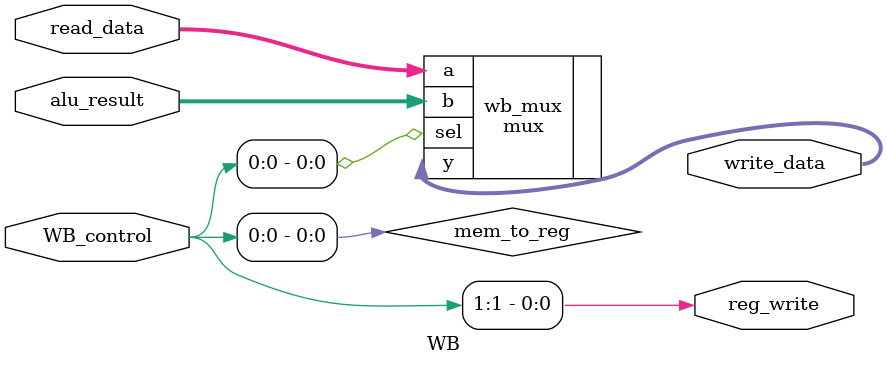
<source format=v>
`timescale 1ns / 1ps

module WB
(
    input [1:0] WB_control,
    input [31:0] read_data,
    input [31:0] alu_result,
    output [31:0] write_data,
    output reg_write
);

    // Control signals
    wire mem_to_reg = WB_control[0];
    assign reg_write = WB_control[1];

    // Selects between memory data and alu result
    mux #(32) wb_mux 
    (
        .a(read_data),
        .b(alu_result),
        .sel(mem_to_reg),
        .y(write_data)
    );

endmodule

</source>
